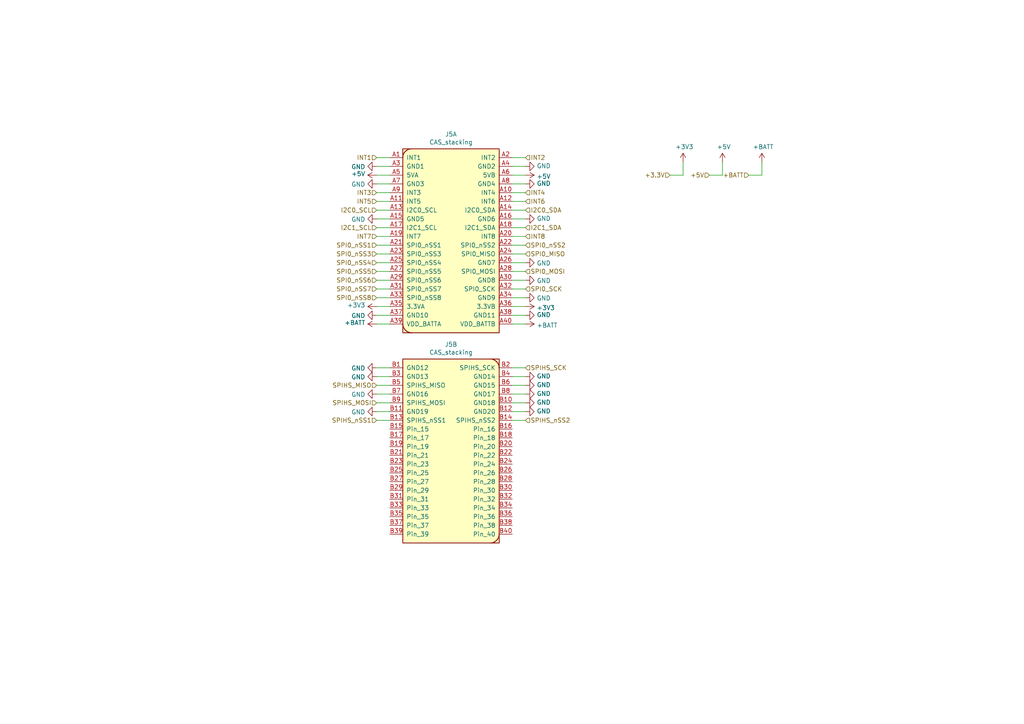
<source format=kicad_sch>
(kicad_sch (version 20210621) (generator eeschema)
  (paper "A4")
  (lib_symbols
    (symbol "power:+3.3V" (power) (pin_names (offset 0))
      (property "Value" "+3.3V" (at 0 3.556 0))
      (symbol "+3.3V_0_1"
        (polyline (pts (xy -0.762 1.27) (xy 0 2.54)))
        (polyline (pts (xy 0 0) (xy 0 2.54)))
        (polyline (pts (xy 0 2.54) (xy 0.762 1.27)))
      )
      (symbol "+3.3V_1_1"
        (pin power_in line (at 0 0 90) (length 0) hide (name "+3V3") (number "1"))
      )
    )
    (symbol "power:+5V" (power) (pin_names (offset 0))
      (property "Value" "+5V" (at 0 3.556 0))
      (symbol "+5V_0_1"
        (polyline (pts (xy -0.762 1.27) (xy 0 2.54)))
        (polyline (pts (xy 0 0) (xy 0 2.54)))
        (polyline (pts (xy 0 2.54) (xy 0.762 1.27)))
      )
      (symbol "+5V_1_1"
        (pin power_in line (at 0 0 90) (length 0) hide (name "+5V") (number "1"))
      )
    )
    (symbol "power:+BATT" (power) (pin_names (offset 0))
      (property "Value" "+BATT" (at 0 3.556 0))
      (symbol "+BATT_0_1"
        (polyline (pts (xy -0.762 1.27) (xy 0 2.54)))
        (polyline (pts (xy 0 0) (xy 0 2.54)))
        (polyline (pts (xy 0 2.54) (xy 0.762 1.27)))
      )
      (symbol "+BATT_1_1"
        (pin power_in line (at 0 0 90) (length 0) hide (name "+BATT") (number "1"))
      )
    )
    (symbol "power:GND" (power) (pin_names (offset 0))
      (property "Value" "GND" (at 0 -3.81 0))
      (symbol "GND_0_1"
        (polyline (pts (xy 0 0) (xy 0 -1.27) (xy 1.27 -1.27) (xy 0 -2.54) (xy -1.27 -1.27) (xy 0 -1.27)))
      )
      (symbol "GND_1_1"
        (pin power_in line (at 0 0 270) (length 0) hide (name "GND") (number "1"))
      )
    )
    (symbol "star-common-lib:CAS_stacking" (pin_names (offset 1.016))
      (property "Reference" "J" (at 0 31.75 0))
      (property "Value" "CAS_stacking" (at 0 29.21 0))
      (symbol "CAS_stacking_0_0"
        (rectangle (start -13.97 26.67) (end 13.97 -26.67) (stroke (width 0.254)) (fill (type background)))
      )
      (symbol "CAS_stacking_1_0"
        (arc (start -13.97 -24.13) (mid -13.2171 -25.9097) (end -11.43 -26.67) (stroke (width 0.254)))
        (arc (start -11.43 26.67) (mid -13.2349 25.9277) (end -13.97 24.13) (stroke (width 0.254)))
      )
      (symbol "CAS_stacking_1_1"
        (pin passive line (at -17.78 24.13 0) (length 3.81) (name "INT1") (number "A1"))
        (pin passive line (at 17.78 13.97 180) (length 3.81) (name "INT4") (number "A10"))
        (pin passive line (at -17.78 11.43 0) (length 3.81) (name "INT5") (number "A11"))
        (pin passive line (at 17.78 11.43 180) (length 3.81) (name "INT6") (number "A12"))
        (pin passive line (at -17.78 8.89 0) (length 3.81) (name "I2C0_SCL") (number "A13"))
        (pin passive line (at 17.78 8.89 180) (length 3.81) (name "I2C0_SDA") (number "A14"))
        (pin passive line (at -17.78 6.35 0) (length 3.81) (name "GND5") (number "A15"))
        (pin passive line (at 17.78 6.35 180) (length 3.81) (name "GND6") (number "A16"))
        (pin passive line (at -17.78 3.81 0) (length 3.81) (name "I2C1_SCL") (number "A17"))
        (pin passive line (at 17.78 3.81 180) (length 3.81) (name "I2C1_SDA") (number "A18"))
        (pin passive line (at -17.78 1.27 0) (length 3.81) (name "INT7") (number "A19"))
        (pin passive line (at 17.78 24.13 180) (length 3.81) (name "INT2") (number "A2"))
        (pin passive line (at 17.78 1.27 180) (length 3.81) (name "INT8") (number "A20"))
        (pin passive line (at -17.78 -1.27 0) (length 3.81) (name "SPI0_nSS1") (number "A21"))
        (pin passive line (at 17.78 -1.27 180) (length 3.81) (name "SPI0_nSS2") (number "A22"))
        (pin passive line (at -17.78 -3.81 0) (length 3.81) (name "SPI0_nSS3") (number "A23"))
        (pin passive line (at 17.78 -3.81 180) (length 3.81) (name "SPI0_MISO") (number "A24"))
        (pin passive line (at -17.78 -6.35 0) (length 3.81) (name "SPI0_nSS4") (number "A25"))
        (pin passive line (at 17.78 -6.35 180) (length 3.81) (name "GND7") (number "A26"))
        (pin passive line (at -17.78 -8.89 0) (length 3.81) (name "SPI0_nSS5") (number "A27"))
        (pin passive line (at 17.78 -8.89 180) (length 3.81) (name "SPI0_MOSI") (number "A28"))
        (pin passive line (at -17.78 -11.43 0) (length 3.81) (name "SPI0_nSS6") (number "A29"))
        (pin passive line (at -17.78 21.59 0) (length 3.81) (name "GND1") (number "A3"))
        (pin passive line (at 17.78 -11.43 180) (length 3.81) (name "GND8") (number "A30"))
        (pin passive line (at -17.78 -13.97 0) (length 3.81) (name "SPI0_nSS7") (number "A31"))
        (pin passive line (at 17.78 -13.97 180) (length 3.81) (name "SPI0_SCK") (number "A32"))
        (pin passive line (at -17.78 -16.51 0) (length 3.81) (name "SPI0_nSS8") (number "A33"))
        (pin passive line (at 17.78 -16.51 180) (length 3.81) (name "GND9") (number "A34"))
        (pin passive line (at -17.78 -19.05 0) (length 3.81) (name "3.3VA") (number "A35"))
        (pin passive line (at 17.78 -19.05 180) (length 3.81) (name "3.3VB") (number "A36"))
        (pin passive line (at -17.78 -21.59 0) (length 3.81) (name "GND10") (number "A37"))
        (pin passive line (at 17.78 -21.59 180) (length 3.81) (name "GND11") (number "A38"))
        (pin passive line (at -17.78 -24.13 0) (length 3.81) (name "VDD_BATTA") (number "A39"))
        (pin passive line (at 17.78 21.59 180) (length 3.81) (name "GND2") (number "A4"))
        (pin passive line (at 17.78 -24.13 180) (length 3.81) (name "VDD_BATTB") (number "A40"))
        (pin passive line (at -17.78 19.05 0) (length 3.81) (name "5VA") (number "A5"))
        (pin passive line (at 17.78 19.05 180) (length 3.81) (name "5VB") (number "A6"))
        (pin passive line (at -17.78 16.51 0) (length 3.81) (name "GND3") (number "A7"))
        (pin passive line (at 17.78 16.51 180) (length 3.81) (name "GND4") (number "A8"))
        (pin passive line (at -17.78 13.97 0) (length 3.81) (name "INT3") (number "A9"))
      )
      (symbol "CAS_stacking_2_0"
        (arc (start 11.43 -26.67) (mid 13.2097 -25.9171) (end 13.97 -24.13) (stroke (width 0.254)))
        (arc (start 13.97 24.13) (mid 13.2171 25.9097) (end 11.43 26.67) (stroke (width 0.254)))
      )
      (symbol "CAS_stacking_2_1"
        (pin passive line (at -17.78 24.13 0) (length 3.81) (name "GND12") (number "B1"))
        (pin passive line (at 17.78 13.97 180) (length 3.81) (name "GND18") (number "B10"))
        (pin passive line (at -17.78 11.43 0) (length 3.81) (name "GND19") (number "B11"))
        (pin passive line (at 17.78 11.43 180) (length 3.81) (name "GND20") (number "B12"))
        (pin passive line (at -17.78 8.89 0) (length 3.81) (name "SPIHS_nSS1") (number "B13"))
        (pin passive line (at 17.78 8.89 180) (length 3.81) (name "SPIHS_nSS2") (number "B14"))
        (pin passive line (at -17.78 6.35 0) (length 3.81) (name "Pin_15") (number "B15"))
        (pin passive line (at 17.78 6.35 180) (length 3.81) (name "Pin_16") (number "B16"))
        (pin passive line (at -17.78 3.81 0) (length 3.81) (name "Pin_17") (number "B17"))
        (pin passive line (at 17.78 3.81 180) (length 3.81) (name "Pin_18") (number "B18"))
        (pin passive line (at -17.78 1.27 0) (length 3.81) (name "Pin_19") (number "B19"))
        (pin passive line (at 17.78 24.13 180) (length 3.81) (name "SPIHS_SCK") (number "B2"))
        (pin passive line (at 17.78 1.27 180) (length 3.81) (name "Pin_20") (number "B20"))
        (pin passive line (at -17.78 -1.27 0) (length 3.81) (name "Pin_21") (number "B21"))
        (pin passive line (at 17.78 -1.27 180) (length 3.81) (name "Pin_22") (number "B22"))
        (pin passive line (at -17.78 -3.81 0) (length 3.81) (name "Pin_23") (number "B23"))
        (pin passive line (at 17.78 -3.81 180) (length 3.81) (name "Pin_24") (number "B24"))
        (pin passive line (at -17.78 -6.35 0) (length 3.81) (name "Pin_25") (number "B25"))
        (pin passive line (at 17.78 -6.35 180) (length 3.81) (name "Pin_26") (number "B26"))
        (pin passive line (at -17.78 -8.89 0) (length 3.81) (name "Pin_27") (number "B27"))
        (pin passive line (at 17.78 -8.89 180) (length 3.81) (name "Pin_28") (number "B28"))
        (pin passive line (at -17.78 -11.43 0) (length 3.81) (name "Pin_29") (number "B29"))
        (pin passive line (at -17.78 21.59 0) (length 3.81) (name "GND13") (number "B3"))
        (pin passive line (at 17.78 -11.43 180) (length 3.81) (name "Pin_30") (number "B30"))
        (pin passive line (at -17.78 -13.97 0) (length 3.81) (name "Pin_31") (number "B31"))
        (pin passive line (at 17.78 -13.97 180) (length 3.81) (name "Pin_32") (number "B32"))
        (pin passive line (at -17.78 -16.51 0) (length 3.81) (name "Pin_33") (number "B33"))
        (pin passive line (at 17.78 -16.51 180) (length 3.81) (name "Pin_34") (number "B34"))
        (pin passive line (at -17.78 -19.05 0) (length 3.81) (name "Pin_35") (number "B35"))
        (pin passive line (at 17.78 -19.05 180) (length 3.81) (name "Pin_36") (number "B36"))
        (pin passive line (at -17.78 -21.59 0) (length 3.81) (name "Pin_37") (number "B37"))
        (pin passive line (at 17.78 -21.59 180) (length 3.81) (name "Pin_38") (number "B38"))
        (pin passive line (at -17.78 -24.13 0) (length 3.81) (name "Pin_39") (number "B39"))
        (pin passive line (at 17.78 21.59 180) (length 3.81) (name "GND14") (number "B4"))
        (pin passive line (at 17.78 -24.13 180) (length 3.81) (name "Pin_40") (number "B40"))
        (pin passive line (at -17.78 19.05 0) (length 3.81) (name "SPIHS_MISO") (number "B5"))
        (pin passive line (at 17.78 19.05 180) (length 3.81) (name "GND15") (number "B6"))
        (pin passive line (at -17.78 16.51 0) (length 3.81) (name "GND16") (number "B7"))
        (pin passive line (at 17.78 16.51 180) (length 3.81) (name "GND17") (number "B8"))
        (pin passive line (at -17.78 13.97 0) (length 3.81) (name "SPIHS_MOSI") (number "B9"))
      )
    )
  )
  (wire (pts (xy 109.22 48.26) (xy 113.03 48.26)))
  (wire (pts (xy 109.22 50.8) (xy 113.03 50.8)))
  (wire (pts (xy 109.22 55.88) (xy 113.03 55.88)))
  (wire (pts (xy 109.22 60.96) (xy 113.03 60.96)))
  (wire (pts (xy 109.22 66.04) (xy 113.03 66.04)))
  (wire (pts (xy 109.22 71.12) (xy 113.03 71.12)))
  (wire (pts (xy 109.22 73.66) (xy 113.03 73.66)))
  (wire (pts (xy 109.22 78.74) (xy 113.03 78.74)))
  (wire (pts (xy 109.22 83.82) (xy 113.03 83.82)))
  (wire (pts (xy 109.22 88.9) (xy 113.03 88.9)))
  (wire (pts (xy 109.22 93.98) (xy 113.03 93.98)))
  (wire (pts (xy 109.22 109.22) (xy 113.03 109.22)))
  (wire (pts (xy 109.22 116.84) (xy 113.03 116.84)))
  (wire (pts (xy 109.22 121.92) (xy 113.03 121.92)))
  (wire (pts (xy 113.03 45.72) (xy 109.22 45.72)))
  (wire (pts (xy 113.03 53.34) (xy 109.22 53.34)))
  (wire (pts (xy 113.03 58.42) (xy 109.22 58.42)))
  (wire (pts (xy 113.03 63.5) (xy 109.22 63.5)))
  (wire (pts (xy 113.03 68.58) (xy 109.22 68.58)))
  (wire (pts (xy 113.03 76.2) (xy 109.22 76.2)))
  (wire (pts (xy 113.03 81.28) (xy 109.22 81.28)))
  (wire (pts (xy 113.03 86.36) (xy 109.22 86.36)))
  (wire (pts (xy 113.03 91.44) (xy 109.22 91.44)))
  (wire (pts (xy 113.03 106.68) (xy 109.22 106.68)))
  (wire (pts (xy 113.03 111.76) (xy 109.22 111.76)))
  (wire (pts (xy 113.03 114.3) (xy 109.22 114.3)))
  (wire (pts (xy 113.03 119.38) (xy 109.22 119.38)))
  (wire (pts (xy 148.59 45.72) (xy 152.4 45.72)))
  (wire (pts (xy 148.59 48.26) (xy 152.4 48.26)))
  (wire (pts (xy 148.59 50.8) (xy 152.4 50.8)))
  (wire (pts (xy 148.59 53.34) (xy 152.4 53.34)))
  (wire (pts (xy 148.59 55.88) (xy 152.4 55.88)))
  (wire (pts (xy 148.59 58.42) (xy 152.4 58.42)))
  (wire (pts (xy 148.59 60.96) (xy 152.4 60.96)))
  (wire (pts (xy 148.59 63.5) (xy 152.4 63.5)))
  (wire (pts (xy 148.59 66.04) (xy 152.4 66.04)))
  (wire (pts (xy 148.59 68.58) (xy 152.4 68.58)))
  (wire (pts (xy 148.59 71.12) (xy 152.4 71.12)))
  (wire (pts (xy 148.59 73.66) (xy 152.4 73.66)))
  (wire (pts (xy 148.59 76.2) (xy 152.4 76.2)))
  (wire (pts (xy 148.59 78.74) (xy 152.4 78.74)))
  (wire (pts (xy 148.59 83.82) (xy 152.4 83.82)))
  (wire (pts (xy 148.59 88.9) (xy 152.4 88.9)))
  (wire (pts (xy 148.59 93.98) (xy 152.4 93.98)))
  (wire (pts (xy 148.59 106.68) (xy 152.4 106.68)))
  (wire (pts (xy 148.59 109.22) (xy 152.4 109.22)))
  (wire (pts (xy 148.59 116.84) (xy 152.4 116.84)))
  (wire (pts (xy 148.59 121.92) (xy 152.4 121.92)))
  (wire (pts (xy 152.4 81.28) (xy 148.59 81.28)))
  (wire (pts (xy 152.4 86.36) (xy 148.59 86.36)))
  (wire (pts (xy 152.4 91.44) (xy 148.59 91.44)))
  (wire (pts (xy 152.4 111.76) (xy 148.59 111.76)))
  (wire (pts (xy 152.4 114.3) (xy 148.59 114.3)))
  (wire (pts (xy 152.4 119.38) (xy 148.59 119.38)))
  (wire (pts (xy 194.31 50.8) (xy 198.12 50.8)))
  (wire (pts (xy 198.12 50.8) (xy 198.12 46.99)))
  (wire (pts (xy 205.74 50.8) (xy 209.55 50.8)))
  (wire (pts (xy 209.55 50.8) (xy 209.55 46.99)))
  (wire (pts (xy 217.17 50.8) (xy 220.98 50.8)))
  (wire (pts (xy 220.98 50.8) (xy 220.98 46.99)))
  (hierarchical_label "INT1" (shape input) (at 109.22 45.72 180))
  (hierarchical_label "INT3" (shape input) (at 109.22 55.88 180))
  (hierarchical_label "INT5" (shape input) (at 109.22 58.42 180))
  (hierarchical_label "I2C0_SCL" (shape input) (at 109.22 60.96 180))
  (hierarchical_label "I2C1_SCL" (shape input) (at 109.22 66.04 180))
  (hierarchical_label "INT7" (shape input) (at 109.22 68.58 180))
  (hierarchical_label "SPI0_nSS1" (shape input) (at 109.22 71.12 180))
  (hierarchical_label "SPI0_nSS3" (shape input) (at 109.22 73.66 180))
  (hierarchical_label "SPI0_nSS4" (shape input) (at 109.22 76.2 180))
  (hierarchical_label "SPI0_nSS5" (shape input) (at 109.22 78.74 180))
  (hierarchical_label "SPI0_nSS6" (shape input) (at 109.22 81.28 180))
  (hierarchical_label "SPI0_nSS7" (shape input) (at 109.22 83.82 180))
  (hierarchical_label "SPI0_nSS8" (shape input) (at 109.22 86.36 180))
  (hierarchical_label "SPIHS_MISO" (shape input) (at 109.22 111.76 180))
  (hierarchical_label "SPIHS_MOSI" (shape input) (at 109.22 116.84 180))
  (hierarchical_label "SPIHS_nSS1" (shape input) (at 109.22 121.92 180))
  (hierarchical_label "INT2" (shape input) (at 152.4 45.72 0))
  (hierarchical_label "INT4" (shape input) (at 152.4 55.88 0))
  (hierarchical_label "INT6" (shape input) (at 152.4 58.42 0))
  (hierarchical_label "I2C0_SDA" (shape input) (at 152.4 60.96 0))
  (hierarchical_label "I2C1_SDA" (shape input) (at 152.4 66.04 0))
  (hierarchical_label "INT8" (shape input) (at 152.4 68.58 0))
  (hierarchical_label "SPI0_nSS2" (shape input) (at 152.4 71.12 0))
  (hierarchical_label "SPI0_MISO" (shape input) (at 152.4 73.66 0))
  (hierarchical_label "SPI0_MOSI" (shape input) (at 152.4 78.74 0))
  (hierarchical_label "SPI0_SCK" (shape input) (at 152.4 83.82 0))
  (hierarchical_label "SPIHS_SCK" (shape input) (at 152.4 106.68 0))
  (hierarchical_label "SPIHS_nSS2" (shape input) (at 152.4 121.92 0))
  (hierarchical_label "+3.3V" (shape input) (at 194.31 50.8 180))
  (hierarchical_label "+5V" (shape input) (at 205.74 50.8 180))
  (hierarchical_label "+BATT" (shape input) (at 217.17 50.8 180))
  (symbol (lib_id "power:+5V") (at 109.22 50.8 90) (unit 1)
    (property "Reference" "#PWR0113" (effects hide))
    (property "Value" "+5V" (at 105.9688 50.419 90) (effects (justify left)))
  )
  (symbol (lib_id "power:+3.3V") (at 109.22 88.9 90) (unit 1)
    (property "Reference" "#PWR0141" (effects hide))
    (property "Value" "+3.3V" (at 105.9688 88.519 90) (effects (justify left)))
  )
  (symbol (lib_id "power:+BATT") (at 109.22 93.98 90) (unit 1)
    (property "Reference" "#PWR0116" (effects hide))
    (property "Value" "+BATT" (at 105.9942 93.599 90) (effects (justify left)))
  )
  (symbol (lib_id "power:+5V") (at 152.4 50.8 270) (unit 1)
    (property "Reference" "#PWR0114" (effects hide))
    (property "Value" "+5V" (at 155.6512 51.181 90) (effects (justify left)))
  )
  (symbol (lib_id "power:+3.3V") (at 152.4 88.9 270) (unit 1)
    (property "Reference" "#PWR0115" (effects hide))
    (property "Value" "+3.3V" (at 155.6512 89.281 90) (effects (justify left)))
  )
  (symbol (lib_id "power:+BATT") (at 152.4 93.98 270) (unit 1)
    (property "Reference" "#PWR0117" (effects hide))
    (property "Value" "+BATT" (at 155.6512 94.361 90) (effects (justify left)))
  )
  (symbol (lib_id "power:+3.3V") (at 198.12 46.99 0) (unit 1)
    (property "Reference" "#PWR0134" (effects hide))
    (property "Value" "+3.3V" (at 198.501 42.5958 0))
  )
  (symbol (lib_id "power:+5V") (at 209.55 46.99 0) (unit 1)
    (property "Reference" "#PWR0135" (effects hide))
    (property "Value" "+5V" (at 209.931 42.5958 0))
  )
  (symbol (lib_id "power:+BATT") (at 220.98 46.99 0) (unit 1)
    (property "Reference" "#PWR0136" (effects hide))
    (property "Value" "+BATT" (at 221.361 42.5958 0))
  )
  (symbol (lib_id "power:GND") (at 109.22 48.26 270) (unit 1)
    (property "Reference" "#PWR0123" (effects hide))
    (property "Value" "GND" (at 105.9688 48.387 90) (effects (justify right)))
  )
  (symbol (lib_id "power:GND") (at 109.22 53.34 270) (unit 1)
    (property "Reference" "#PWR0124" (effects hide))
    (property "Value" "GND" (at 105.9688 53.467 90) (effects (justify right)))
  )
  (symbol (lib_id "power:GND") (at 109.22 63.5 270) (unit 1)
    (property "Reference" "#PWR0119" (effects hide))
    (property "Value" "GND" (at 105.9688 63.627 90) (effects (justify right)))
  )
  (symbol (lib_id "power:GND") (at 109.22 91.44 270) (unit 1)
    (property "Reference" "#PWR0138" (effects hide))
    (property "Value" "GND" (at 105.9688 91.567 90) (effects (justify right)))
  )
  (symbol (lib_id "power:GND") (at 109.22 106.68 270) (unit 1)
    (property "Reference" "#PWR0125" (effects hide))
    (property "Value" "GND" (at 105.9688 106.807 90) (effects (justify right)))
  )
  (symbol (lib_id "power:GND") (at 109.22 109.22 270) (unit 1)
    (property "Reference" "#PWR0126" (effects hide))
    (property "Value" "GND" (at 105.9688 109.347 90) (effects (justify right)))
  )
  (symbol (lib_id "power:GND") (at 109.22 114.3 270) (unit 1)
    (property "Reference" "#PWR0127" (effects hide))
    (property "Value" "GND" (at 105.9688 114.427 90) (effects (justify right)))
  )
  (symbol (lib_id "power:GND") (at 109.22 119.38 270) (unit 1)
    (property "Reference" "#PWR0128" (effects hide))
    (property "Value" "GND" (at 105.9688 119.507 90) (effects (justify right)))
  )
  (symbol (lib_id "power:GND") (at 152.4 48.26 90) (unit 1)
    (property "Reference" "#PWR0121" (effects hide))
    (property "Value" "GND" (at 155.6512 48.133 90) (effects (justify right)))
  )
  (symbol (lib_id "power:GND") (at 152.4 53.34 90) (unit 1)
    (property "Reference" "#PWR0122" (effects hide))
    (property "Value" "GND" (at 155.6512 53.213 90) (effects (justify right)))
  )
  (symbol (lib_id "power:GND") (at 152.4 63.5 90) (unit 1)
    (property "Reference" "#PWR0118" (effects hide))
    (property "Value" "GND" (at 155.6512 63.373 90) (effects (justify right)))
  )
  (symbol (lib_id "power:GND") (at 152.4 76.2 90) (mirror x) (unit 1)
    (property "Reference" "#PWR0140" (effects hide))
    (property "Value" "GND" (at 155.6512 76.327 90) (effects (justify right)))
  )
  (symbol (lib_id "power:GND") (at 152.4 81.28 90) (mirror x) (unit 1)
    (property "Reference" "#PWR0139" (effects hide))
    (property "Value" "GND" (at 155.6512 81.407 90) (effects (justify right)))
  )
  (symbol (lib_id "power:GND") (at 152.4 86.36 90) (mirror x) (unit 1)
    (property "Reference" "#PWR0137" (effects hide))
    (property "Value" "GND" (at 155.6512 86.487 90) (effects (justify right)))
  )
  (symbol (lib_id "power:GND") (at 152.4 91.44 90) (unit 1)
    (property "Reference" "#PWR0120" (effects hide))
    (property "Value" "GND" (at 155.6512 91.313 90) (effects (justify right)))
  )
  (symbol (lib_id "power:GND") (at 152.4 109.22 90) (unit 1)
    (property "Reference" "#PWR0129" (effects hide))
    (property "Value" "GND" (at 155.6512 109.093 90) (effects (justify right)))
  )
  (symbol (lib_id "power:GND") (at 152.4 111.76 90) (unit 1)
    (property "Reference" "#PWR0130" (effects hide))
    (property "Value" "GND" (at 155.6512 111.633 90) (effects (justify right)))
  )
  (symbol (lib_id "power:GND") (at 152.4 114.3 90) (unit 1)
    (property "Reference" "#PWR0131" (effects hide))
    (property "Value" "GND" (at 155.6512 114.173 90) (effects (justify right)))
  )
  (symbol (lib_id "power:GND") (at 152.4 116.84 90) (unit 1)
    (property "Reference" "#PWR0132" (effects hide))
    (property "Value" "GND" (at 155.6512 116.713 90) (effects (justify right)))
  )
  (symbol (lib_id "power:GND") (at 152.4 119.38 90) (unit 1)
    (property "Reference" "#PWR0133" (effects hide))
    (property "Value" "GND" (at 155.6512 119.253 90) (effects (justify right)))
  )
  (symbol (lib_id "star-common-lib:CAS_stacking") (at 130.81 69.85 0) (unit 1)
    (property "Reference" "J5" (at 130.81 38.9382 0))
    (property "Value" "CAS_stacking" (at 130.81 41.2496 0))
    (property "Footprint" "star-common-lib:CAS_physical" (effects hide))
  )
  (symbol (lib_id "star-common-lib:CAS_stacking") (at 130.81 130.81 0) (unit 2)
    (property "Reference" "J5" (at 130.81 99.8982 0))
    (property "Value" "CAS_stacking" (at 130.81 102.2096 0))
    (property "Footprint" "star-common-lib:CAS_physical" (effects hide))
  )
)
</source>
